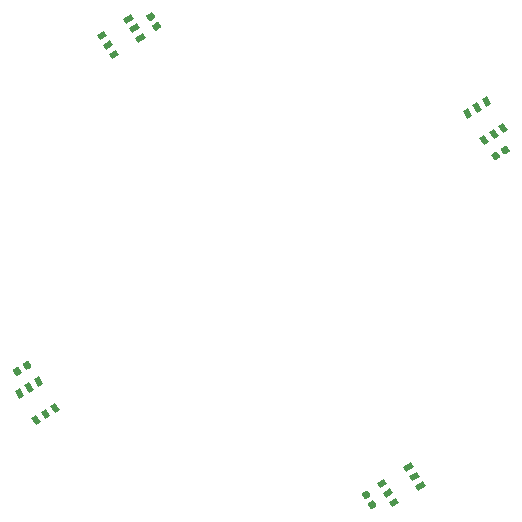
<source format=gbr>
G04 #@! TF.GenerationSoftware,KiCad,Pcbnew,5.1.5-52549c5~84~ubuntu18.04.1*
G04 #@! TF.CreationDate,2020-06-09T16:27:21+02:00*
G04 #@! TF.ProjectId,roboy_3.0_40mm_ball_sensor,726f626f-795f-4332-9e30-5f34306d6d5f,rev?*
G04 #@! TF.SameCoordinates,Original*
G04 #@! TF.FileFunction,Paste,Top*
G04 #@! TF.FilePolarity,Positive*
%FSLAX46Y46*%
G04 Gerber Fmt 4.6, Leading zero omitted, Abs format (unit mm)*
G04 Created by KiCad (PCBNEW 5.1.5-52549c5~84~ubuntu18.04.1) date 2020-06-09 16:27:21*
%MOMM*%
%LPD*%
G04 APERTURE LIST*
%ADD10C,0.100000*%
G04 APERTURE END LIST*
D10*
G36*
X150219868Y-80340313D02*
G01*
X149583832Y-80737753D01*
X149318872Y-80313729D01*
X149954908Y-79916289D01*
X150219868Y-80340313D01*
G37*
G36*
X150723291Y-81145959D02*
G01*
X150087255Y-81543399D01*
X149822295Y-81119375D01*
X150458331Y-80721935D01*
X150723291Y-81145959D01*
G37*
G36*
X149716444Y-79534667D02*
G01*
X149080408Y-79932107D01*
X148815448Y-79508083D01*
X149451484Y-79110643D01*
X149716444Y-79534667D01*
G37*
G36*
X148475963Y-82550245D02*
G01*
X147839927Y-82947685D01*
X147574967Y-82523661D01*
X148211003Y-82126221D01*
X148475963Y-82550245D01*
G37*
G36*
X147972540Y-81744599D02*
G01*
X147336504Y-82142039D01*
X147071544Y-81718015D01*
X147707580Y-81320575D01*
X147972540Y-81744599D01*
G37*
G36*
X147469117Y-80938954D02*
G01*
X146833081Y-81336394D01*
X146568121Y-80912370D01*
X147204157Y-80514930D01*
X147469117Y-80938954D01*
G37*
G36*
X151215967Y-78979103D02*
G01*
X151230214Y-78981663D01*
X151244141Y-78985608D01*
X151257615Y-78990898D01*
X151270505Y-78997484D01*
X151282688Y-79005301D01*
X151294045Y-79014275D01*
X151304469Y-79024318D01*
X151313857Y-79035336D01*
X151322121Y-79047220D01*
X151478447Y-79297394D01*
X151485506Y-79310031D01*
X151491292Y-79323299D01*
X151495750Y-79337070D01*
X151498837Y-79351213D01*
X151500523Y-79365589D01*
X151500791Y-79380061D01*
X151499640Y-79394491D01*
X151497080Y-79408737D01*
X151493135Y-79422665D01*
X151487845Y-79436138D01*
X151481259Y-79449028D01*
X151473442Y-79461211D01*
X151464468Y-79472568D01*
X151454424Y-79482992D01*
X151443407Y-79492380D01*
X151431523Y-79500644D01*
X151138947Y-79683466D01*
X151126310Y-79690525D01*
X151113042Y-79696311D01*
X151099271Y-79700769D01*
X151085129Y-79703856D01*
X151070752Y-79705542D01*
X151056280Y-79705810D01*
X151041851Y-79704659D01*
X151027604Y-79702099D01*
X151013677Y-79698154D01*
X151000203Y-79692864D01*
X150987313Y-79686278D01*
X150975130Y-79678461D01*
X150963773Y-79669487D01*
X150953349Y-79659444D01*
X150943961Y-79648426D01*
X150935697Y-79636542D01*
X150779371Y-79386368D01*
X150772312Y-79373731D01*
X150766526Y-79360463D01*
X150762068Y-79346692D01*
X150758981Y-79332549D01*
X150757295Y-79318173D01*
X150757027Y-79303701D01*
X150758178Y-79289271D01*
X150760738Y-79275025D01*
X150764683Y-79261097D01*
X150769973Y-79247624D01*
X150776559Y-79234734D01*
X150784376Y-79222551D01*
X150793350Y-79211194D01*
X150803394Y-79200770D01*
X150814411Y-79191382D01*
X150826295Y-79183118D01*
X151118871Y-79000296D01*
X151131508Y-78993237D01*
X151144776Y-78987451D01*
X151158547Y-78982993D01*
X151172689Y-78979906D01*
X151187066Y-78978220D01*
X151201538Y-78977952D01*
X151215967Y-78979103D01*
G37*
G36*
X151729989Y-79801709D02*
G01*
X151744236Y-79804269D01*
X151758163Y-79808214D01*
X151771637Y-79813504D01*
X151784527Y-79820090D01*
X151796710Y-79827907D01*
X151808067Y-79836881D01*
X151818491Y-79846924D01*
X151827879Y-79857942D01*
X151836143Y-79869826D01*
X151992469Y-80120000D01*
X151999528Y-80132637D01*
X152005314Y-80145905D01*
X152009772Y-80159676D01*
X152012859Y-80173819D01*
X152014545Y-80188195D01*
X152014813Y-80202667D01*
X152013662Y-80217097D01*
X152011102Y-80231343D01*
X152007157Y-80245271D01*
X152001867Y-80258744D01*
X151995281Y-80271634D01*
X151987464Y-80283817D01*
X151978490Y-80295174D01*
X151968446Y-80305598D01*
X151957429Y-80314986D01*
X151945545Y-80323250D01*
X151652969Y-80506072D01*
X151640332Y-80513131D01*
X151627064Y-80518917D01*
X151613293Y-80523375D01*
X151599151Y-80526462D01*
X151584774Y-80528148D01*
X151570302Y-80528416D01*
X151555873Y-80527265D01*
X151541626Y-80524705D01*
X151527699Y-80520760D01*
X151514225Y-80515470D01*
X151501335Y-80508884D01*
X151489152Y-80501067D01*
X151477795Y-80492093D01*
X151467371Y-80482050D01*
X151457983Y-80471032D01*
X151449719Y-80459148D01*
X151293393Y-80208974D01*
X151286334Y-80196337D01*
X151280548Y-80183069D01*
X151276090Y-80169298D01*
X151273003Y-80155155D01*
X151271317Y-80140779D01*
X151271049Y-80126307D01*
X151272200Y-80111877D01*
X151274760Y-80097631D01*
X151278705Y-80083703D01*
X151283995Y-80070230D01*
X151290581Y-80057340D01*
X151298398Y-80045157D01*
X151307372Y-80033800D01*
X151317416Y-80023376D01*
X151328433Y-80013988D01*
X151340317Y-80005724D01*
X151632893Y-79822902D01*
X151645530Y-79815843D01*
X151658798Y-79810057D01*
X151672569Y-79805599D01*
X151686711Y-79802512D01*
X151701088Y-79800826D01*
X151715560Y-79800558D01*
X151729989Y-79801709D01*
G37*
G36*
X140717097Y-108486338D02*
G01*
X140731343Y-108488898D01*
X140745271Y-108492843D01*
X140758744Y-108498133D01*
X140771634Y-108504719D01*
X140783817Y-108512536D01*
X140795174Y-108521510D01*
X140805598Y-108531554D01*
X140814986Y-108542571D01*
X140823250Y-108554455D01*
X141006072Y-108847031D01*
X141013131Y-108859668D01*
X141018917Y-108872936D01*
X141023375Y-108886707D01*
X141026462Y-108900849D01*
X141028148Y-108915226D01*
X141028416Y-108929698D01*
X141027265Y-108944127D01*
X141024705Y-108958374D01*
X141020760Y-108972301D01*
X141015470Y-108985775D01*
X141008884Y-108998665D01*
X141001067Y-109010848D01*
X140992093Y-109022205D01*
X140982050Y-109032629D01*
X140971032Y-109042017D01*
X140959148Y-109050281D01*
X140708974Y-109206607D01*
X140696337Y-109213666D01*
X140683069Y-109219452D01*
X140669298Y-109223910D01*
X140655155Y-109226997D01*
X140640779Y-109228683D01*
X140626307Y-109228951D01*
X140611877Y-109227800D01*
X140597631Y-109225240D01*
X140583703Y-109221295D01*
X140570230Y-109216005D01*
X140557340Y-109209419D01*
X140545157Y-109201602D01*
X140533800Y-109192628D01*
X140523376Y-109182584D01*
X140513988Y-109171567D01*
X140505724Y-109159683D01*
X140322902Y-108867107D01*
X140315843Y-108854470D01*
X140310057Y-108841202D01*
X140305599Y-108827431D01*
X140302512Y-108813289D01*
X140300826Y-108798912D01*
X140300558Y-108784440D01*
X140301709Y-108770011D01*
X140304269Y-108755764D01*
X140308214Y-108741837D01*
X140313504Y-108728363D01*
X140320090Y-108715473D01*
X140327907Y-108703290D01*
X140336881Y-108691933D01*
X140346924Y-108681509D01*
X140357942Y-108672121D01*
X140369826Y-108663857D01*
X140620000Y-108507531D01*
X140632637Y-108500472D01*
X140645905Y-108494686D01*
X140659676Y-108490228D01*
X140673819Y-108487141D01*
X140688195Y-108485455D01*
X140702667Y-108485187D01*
X140717097Y-108486338D01*
G37*
G36*
X139894491Y-109000360D02*
G01*
X139908737Y-109002920D01*
X139922665Y-109006865D01*
X139936138Y-109012155D01*
X139949028Y-109018741D01*
X139961211Y-109026558D01*
X139972568Y-109035532D01*
X139982992Y-109045576D01*
X139992380Y-109056593D01*
X140000644Y-109068477D01*
X140183466Y-109361053D01*
X140190525Y-109373690D01*
X140196311Y-109386958D01*
X140200769Y-109400729D01*
X140203856Y-109414871D01*
X140205542Y-109429248D01*
X140205810Y-109443720D01*
X140204659Y-109458149D01*
X140202099Y-109472396D01*
X140198154Y-109486323D01*
X140192864Y-109499797D01*
X140186278Y-109512687D01*
X140178461Y-109524870D01*
X140169487Y-109536227D01*
X140159444Y-109546651D01*
X140148426Y-109556039D01*
X140136542Y-109564303D01*
X139886368Y-109720629D01*
X139873731Y-109727688D01*
X139860463Y-109733474D01*
X139846692Y-109737932D01*
X139832549Y-109741019D01*
X139818173Y-109742705D01*
X139803701Y-109742973D01*
X139789271Y-109741822D01*
X139775025Y-109739262D01*
X139761097Y-109735317D01*
X139747624Y-109730027D01*
X139734734Y-109723441D01*
X139722551Y-109715624D01*
X139711194Y-109706650D01*
X139700770Y-109696606D01*
X139691382Y-109685589D01*
X139683118Y-109673705D01*
X139500296Y-109381129D01*
X139493237Y-109368492D01*
X139487451Y-109355224D01*
X139482993Y-109341453D01*
X139479906Y-109327311D01*
X139478220Y-109312934D01*
X139477952Y-109298462D01*
X139479103Y-109284033D01*
X139481663Y-109269786D01*
X139485608Y-109255859D01*
X139490898Y-109242385D01*
X139497484Y-109229495D01*
X139505301Y-109217312D01*
X139514275Y-109205955D01*
X139524318Y-109195531D01*
X139535336Y-109186143D01*
X139547220Y-109177879D01*
X139797394Y-109021553D01*
X139810031Y-109014494D01*
X139823299Y-109008708D01*
X139837070Y-109004250D01*
X139851213Y-109001163D01*
X139865589Y-108999477D01*
X139880061Y-108999209D01*
X139894491Y-109000360D01*
G37*
G36*
X169958149Y-120295341D02*
G01*
X169972396Y-120297901D01*
X169986323Y-120301846D01*
X169999797Y-120307136D01*
X170012687Y-120313722D01*
X170024870Y-120321539D01*
X170036227Y-120330513D01*
X170046651Y-120340556D01*
X170056039Y-120351574D01*
X170064303Y-120363458D01*
X170220629Y-120613632D01*
X170227688Y-120626269D01*
X170233474Y-120639537D01*
X170237932Y-120653308D01*
X170241019Y-120667451D01*
X170242705Y-120681827D01*
X170242973Y-120696299D01*
X170241822Y-120710729D01*
X170239262Y-120724975D01*
X170235317Y-120738903D01*
X170230027Y-120752376D01*
X170223441Y-120765266D01*
X170215624Y-120777449D01*
X170206650Y-120788806D01*
X170196606Y-120799230D01*
X170185589Y-120808618D01*
X170173705Y-120816882D01*
X169881129Y-120999704D01*
X169868492Y-121006763D01*
X169855224Y-121012549D01*
X169841453Y-121017007D01*
X169827311Y-121020094D01*
X169812934Y-121021780D01*
X169798462Y-121022048D01*
X169784033Y-121020897D01*
X169769786Y-121018337D01*
X169755859Y-121014392D01*
X169742385Y-121009102D01*
X169729495Y-121002516D01*
X169717312Y-120994699D01*
X169705955Y-120985725D01*
X169695531Y-120975682D01*
X169686143Y-120964664D01*
X169677879Y-120952780D01*
X169521553Y-120702606D01*
X169514494Y-120689969D01*
X169508708Y-120676701D01*
X169504250Y-120662930D01*
X169501163Y-120648787D01*
X169499477Y-120634411D01*
X169499209Y-120619939D01*
X169500360Y-120605509D01*
X169502920Y-120591263D01*
X169506865Y-120577335D01*
X169512155Y-120563862D01*
X169518741Y-120550972D01*
X169526558Y-120538789D01*
X169535532Y-120527432D01*
X169545576Y-120517008D01*
X169556593Y-120507620D01*
X169568477Y-120499356D01*
X169861053Y-120316534D01*
X169873690Y-120309475D01*
X169886958Y-120303689D01*
X169900729Y-120299231D01*
X169914871Y-120296144D01*
X169929248Y-120294458D01*
X169943720Y-120294190D01*
X169958149Y-120295341D01*
G37*
G36*
X169444127Y-119472735D02*
G01*
X169458374Y-119475295D01*
X169472301Y-119479240D01*
X169485775Y-119484530D01*
X169498665Y-119491116D01*
X169510848Y-119498933D01*
X169522205Y-119507907D01*
X169532629Y-119517950D01*
X169542017Y-119528968D01*
X169550281Y-119540852D01*
X169706607Y-119791026D01*
X169713666Y-119803663D01*
X169719452Y-119816931D01*
X169723910Y-119830702D01*
X169726997Y-119844845D01*
X169728683Y-119859221D01*
X169728951Y-119873693D01*
X169727800Y-119888123D01*
X169725240Y-119902369D01*
X169721295Y-119916297D01*
X169716005Y-119929770D01*
X169709419Y-119942660D01*
X169701602Y-119954843D01*
X169692628Y-119966200D01*
X169682584Y-119976624D01*
X169671567Y-119986012D01*
X169659683Y-119994276D01*
X169367107Y-120177098D01*
X169354470Y-120184157D01*
X169341202Y-120189943D01*
X169327431Y-120194401D01*
X169313289Y-120197488D01*
X169298912Y-120199174D01*
X169284440Y-120199442D01*
X169270011Y-120198291D01*
X169255764Y-120195731D01*
X169241837Y-120191786D01*
X169228363Y-120186496D01*
X169215473Y-120179910D01*
X169203290Y-120172093D01*
X169191933Y-120163119D01*
X169181509Y-120153076D01*
X169172121Y-120142058D01*
X169163857Y-120130174D01*
X169007531Y-119880000D01*
X169000472Y-119867363D01*
X168994686Y-119854095D01*
X168990228Y-119840324D01*
X168987141Y-119826181D01*
X168985455Y-119811805D01*
X168985187Y-119797333D01*
X168986338Y-119782903D01*
X168988898Y-119768657D01*
X168992843Y-119754729D01*
X168998133Y-119741256D01*
X169004719Y-119728366D01*
X169012536Y-119716183D01*
X169021510Y-119704826D01*
X169031554Y-119694402D01*
X169042571Y-119685014D01*
X169054455Y-119676750D01*
X169347031Y-119493928D01*
X169359668Y-119486869D01*
X169372936Y-119481083D01*
X169386707Y-119476625D01*
X169400849Y-119473538D01*
X169415226Y-119471852D01*
X169429698Y-119471584D01*
X169444127Y-119472735D01*
G37*
G36*
X181210729Y-90258178D02*
G01*
X181224975Y-90260738D01*
X181238903Y-90264683D01*
X181252376Y-90269973D01*
X181265266Y-90276559D01*
X181277449Y-90284376D01*
X181288806Y-90293350D01*
X181299230Y-90303394D01*
X181308618Y-90314411D01*
X181316882Y-90326295D01*
X181499704Y-90618871D01*
X181506763Y-90631508D01*
X181512549Y-90644776D01*
X181517007Y-90658547D01*
X181520094Y-90672689D01*
X181521780Y-90687066D01*
X181522048Y-90701538D01*
X181520897Y-90715967D01*
X181518337Y-90730214D01*
X181514392Y-90744141D01*
X181509102Y-90757615D01*
X181502516Y-90770505D01*
X181494699Y-90782688D01*
X181485725Y-90794045D01*
X181475682Y-90804469D01*
X181464664Y-90813857D01*
X181452780Y-90822121D01*
X181202606Y-90978447D01*
X181189969Y-90985506D01*
X181176701Y-90991292D01*
X181162930Y-90995750D01*
X181148787Y-90998837D01*
X181134411Y-91000523D01*
X181119939Y-91000791D01*
X181105509Y-90999640D01*
X181091263Y-90997080D01*
X181077335Y-90993135D01*
X181063862Y-90987845D01*
X181050972Y-90981259D01*
X181038789Y-90973442D01*
X181027432Y-90964468D01*
X181017008Y-90954424D01*
X181007620Y-90943407D01*
X180999356Y-90931523D01*
X180816534Y-90638947D01*
X180809475Y-90626310D01*
X180803689Y-90613042D01*
X180799231Y-90599271D01*
X180796144Y-90585129D01*
X180794458Y-90570752D01*
X180794190Y-90556280D01*
X180795341Y-90541851D01*
X180797901Y-90527604D01*
X180801846Y-90513677D01*
X180807136Y-90500203D01*
X180813722Y-90487313D01*
X180821539Y-90475130D01*
X180830513Y-90463773D01*
X180840556Y-90453349D01*
X180851574Y-90443961D01*
X180863458Y-90435697D01*
X181113632Y-90279371D01*
X181126269Y-90272312D01*
X181139537Y-90266526D01*
X181153308Y-90262068D01*
X181167451Y-90258981D01*
X181181827Y-90257295D01*
X181196299Y-90257027D01*
X181210729Y-90258178D01*
G37*
G36*
X180388123Y-90772200D02*
G01*
X180402369Y-90774760D01*
X180416297Y-90778705D01*
X180429770Y-90783995D01*
X180442660Y-90790581D01*
X180454843Y-90798398D01*
X180466200Y-90807372D01*
X180476624Y-90817416D01*
X180486012Y-90828433D01*
X180494276Y-90840317D01*
X180677098Y-91132893D01*
X180684157Y-91145530D01*
X180689943Y-91158798D01*
X180694401Y-91172569D01*
X180697488Y-91186711D01*
X180699174Y-91201088D01*
X180699442Y-91215560D01*
X180698291Y-91229989D01*
X180695731Y-91244236D01*
X180691786Y-91258163D01*
X180686496Y-91271637D01*
X180679910Y-91284527D01*
X180672093Y-91296710D01*
X180663119Y-91308067D01*
X180653076Y-91318491D01*
X180642058Y-91327879D01*
X180630174Y-91336143D01*
X180380000Y-91492469D01*
X180367363Y-91499528D01*
X180354095Y-91505314D01*
X180340324Y-91509772D01*
X180326181Y-91512859D01*
X180311805Y-91514545D01*
X180297333Y-91514813D01*
X180282903Y-91513662D01*
X180268657Y-91511102D01*
X180254729Y-91507157D01*
X180241256Y-91501867D01*
X180228366Y-91495281D01*
X180216183Y-91487464D01*
X180204826Y-91478490D01*
X180194402Y-91468446D01*
X180185014Y-91457429D01*
X180176750Y-91445545D01*
X179993928Y-91152969D01*
X179986869Y-91140332D01*
X179981083Y-91127064D01*
X179976625Y-91113293D01*
X179973538Y-91099151D01*
X179971852Y-91084774D01*
X179971584Y-91070302D01*
X179972735Y-91055873D01*
X179975295Y-91041626D01*
X179979240Y-91027699D01*
X179984530Y-91014225D01*
X179991116Y-91001335D01*
X179998933Y-90989152D01*
X180007907Y-90977795D01*
X180017950Y-90967371D01*
X180028968Y-90957983D01*
X180040852Y-90949719D01*
X180291026Y-90793393D01*
X180303663Y-90786334D01*
X180316931Y-90780548D01*
X180330702Y-90776090D01*
X180344845Y-90773003D01*
X180359221Y-90771317D01*
X180373693Y-90771049D01*
X180388123Y-90772200D01*
G37*
G36*
X140840313Y-110280132D02*
G01*
X141237753Y-110916168D01*
X140813729Y-111181128D01*
X140416289Y-110545092D01*
X140840313Y-110280132D01*
G37*
G36*
X141645959Y-109776709D02*
G01*
X142043399Y-110412745D01*
X141619375Y-110677705D01*
X141221935Y-110041669D01*
X141645959Y-109776709D01*
G37*
G36*
X140034667Y-110783556D02*
G01*
X140432107Y-111419592D01*
X140008083Y-111684552D01*
X139610643Y-111048516D01*
X140034667Y-110783556D01*
G37*
G36*
X143050245Y-112024037D02*
G01*
X143447685Y-112660073D01*
X143023661Y-112925033D01*
X142626221Y-112288997D01*
X143050245Y-112024037D01*
G37*
G36*
X142244599Y-112527460D02*
G01*
X142642039Y-113163496D01*
X142218015Y-113428456D01*
X141820575Y-112792420D01*
X142244599Y-112527460D01*
G37*
G36*
X141438954Y-113030883D02*
G01*
X141836394Y-113666919D01*
X141412370Y-113931879D01*
X141014930Y-113295843D01*
X141438954Y-113030883D01*
G37*
G36*
X173530883Y-119061046D02*
G01*
X174166919Y-118663606D01*
X174431879Y-119087630D01*
X173795843Y-119485070D01*
X173530883Y-119061046D01*
G37*
G36*
X173027460Y-118255401D02*
G01*
X173663496Y-117857961D01*
X173928456Y-118281985D01*
X173292420Y-118679425D01*
X173027460Y-118255401D01*
G37*
G36*
X172524037Y-117449755D02*
G01*
X173160073Y-117052315D01*
X173425033Y-117476339D01*
X172788997Y-117873779D01*
X172524037Y-117449755D01*
G37*
G36*
X171283556Y-120465333D02*
G01*
X171919592Y-120067893D01*
X172184552Y-120491917D01*
X171548516Y-120889357D01*
X171283556Y-120465333D01*
G37*
G36*
X170276709Y-118854041D02*
G01*
X170912745Y-118456601D01*
X171177705Y-118880625D01*
X170541669Y-119278065D01*
X170276709Y-118854041D01*
G37*
G36*
X170780132Y-119659687D02*
G01*
X171416168Y-119262247D01*
X171681128Y-119686271D01*
X171045092Y-120083711D01*
X170780132Y-119659687D01*
G37*
G36*
X179561046Y-86969117D02*
G01*
X179163606Y-86333081D01*
X179587630Y-86068121D01*
X179985070Y-86704157D01*
X179561046Y-86969117D01*
G37*
G36*
X178755401Y-87472540D02*
G01*
X178357961Y-86836504D01*
X178781985Y-86571544D01*
X179179425Y-87207580D01*
X178755401Y-87472540D01*
G37*
G36*
X177949755Y-87975963D02*
G01*
X177552315Y-87339927D01*
X177976339Y-87074967D01*
X178373779Y-87711003D01*
X177949755Y-87975963D01*
G37*
G36*
X180965333Y-89216444D02*
G01*
X180567893Y-88580408D01*
X180991917Y-88315448D01*
X181389357Y-88951484D01*
X180965333Y-89216444D01*
G37*
G36*
X179354041Y-90223291D02*
G01*
X178956601Y-89587255D01*
X179380625Y-89322295D01*
X179778065Y-89958331D01*
X179354041Y-90223291D01*
G37*
G36*
X180159687Y-89719868D02*
G01*
X179762247Y-89083832D01*
X180186271Y-88818872D01*
X180583711Y-89454908D01*
X180159687Y-89719868D01*
G37*
M02*

</source>
